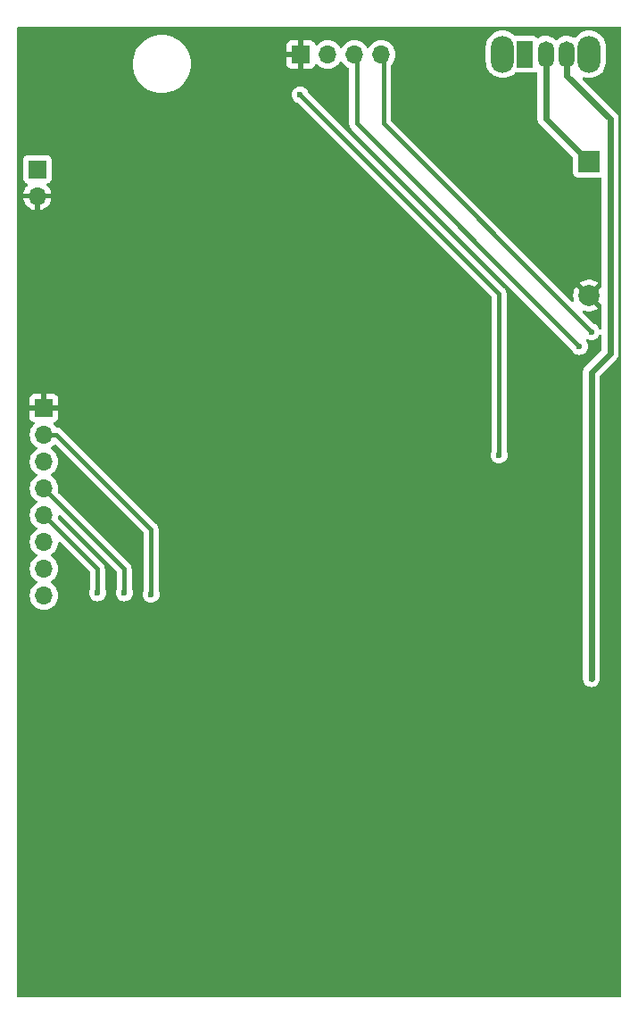
<source format=gbl>
G04 #@! TF.GenerationSoftware,KiCad,Pcbnew,(7.0.0)*
G04 #@! TF.CreationDate,2023-02-19T21:46:30+01:00*
G04 #@! TF.ProjectId,Glitchifier9000,476c6974-6368-4696-9669-657239303030,rev?*
G04 #@! TF.SameCoordinates,Original*
G04 #@! TF.FileFunction,Copper,L2,Bot*
G04 #@! TF.FilePolarity,Positive*
%FSLAX46Y46*%
G04 Gerber Fmt 4.6, Leading zero omitted, Abs format (unit mm)*
G04 Created by KiCad (PCBNEW (7.0.0)) date 2023-02-19 21:46:30*
%MOMM*%
%LPD*%
G01*
G04 APERTURE LIST*
G04 #@! TA.AperFunction,ComponentPad*
%ADD10R,1.700000X1.700000*%
G04 #@! TD*
G04 #@! TA.AperFunction,ComponentPad*
%ADD11O,1.700000X1.700000*%
G04 #@! TD*
G04 #@! TA.AperFunction,ComponentPad*
%ADD12O,2.200000X3.500000*%
G04 #@! TD*
G04 #@! TA.AperFunction,ComponentPad*
%ADD13R,1.500000X2.500000*%
G04 #@! TD*
G04 #@! TA.AperFunction,ComponentPad*
%ADD14O,1.500000X2.500000*%
G04 #@! TD*
G04 #@! TA.AperFunction,ComponentPad*
%ADD15R,2.000000X2.000000*%
G04 #@! TD*
G04 #@! TA.AperFunction,ComponentPad*
%ADD16C,2.000000*%
G04 #@! TD*
G04 #@! TA.AperFunction,ViaPad*
%ADD17C,0.600000*%
G04 #@! TD*
G04 #@! TA.AperFunction,Conductor*
%ADD18C,0.600000*%
G04 #@! TD*
G04 #@! TA.AperFunction,Conductor*
%ADD19C,0.400000*%
G04 #@! TD*
G04 APERTURE END LIST*
D10*
X107949999Y-83819999D03*
D11*
X107949999Y-86359999D03*
X107949999Y-88899999D03*
X107949999Y-91439999D03*
X107949999Y-93979999D03*
X107949999Y-96519999D03*
X107949999Y-99059999D03*
X107949999Y-101599999D03*
D10*
X132333999Y-50291999D03*
D11*
X134873999Y-50291999D03*
X137413999Y-50291999D03*
X139953999Y-50291999D03*
D10*
X107314999Y-61159999D03*
D11*
X107314999Y-63699999D03*
D12*
X151474999Y-50259999D03*
X159674999Y-50259999D03*
D13*
X153574999Y-50259999D03*
D14*
X155574999Y-50259999D03*
X157574999Y-50259999D03*
D15*
X159662999Y-60451999D03*
D16*
X159663000Y-73152000D03*
D17*
X159893000Y-109474000D03*
X116078000Y-60960000D03*
X143510000Y-81026000D03*
X107315000Y-67310000D03*
X125476000Y-52324000D03*
X111379000Y-54991000D03*
X105918000Y-71628000D03*
X106172000Y-54356000D03*
X135890000Y-123063000D03*
X111506000Y-56896000D03*
X111506000Y-55880000D03*
X107061000Y-54356000D03*
X111125000Y-69850000D03*
X108839000Y-54356000D03*
X116078000Y-62230000D03*
X114808000Y-58674000D03*
X109728000Y-54356000D03*
X140589000Y-114554000D03*
X143510000Y-87122000D03*
X115824000Y-67818000D03*
X119380000Y-106934000D03*
X114300000Y-63500000D03*
X110617000Y-54356000D03*
X128000000Y-113600000D03*
X110998000Y-102870000D03*
X147320000Y-109220000D03*
X110490000Y-63500000D03*
X113030000Y-63500000D03*
X111760000Y-67818000D03*
X130556000Y-50292000D03*
X109728000Y-71628000D03*
X131064000Y-116586000D03*
X130810000Y-87122000D03*
X135128000Y-119507000D03*
X134239000Y-121412000D03*
X115316000Y-93980000D03*
X110744000Y-59309000D03*
X111506000Y-57912000D03*
X111125000Y-71120000D03*
X109728000Y-85217000D03*
X111125000Y-68580000D03*
X107950000Y-54356000D03*
X108458000Y-71628000D03*
X106045000Y-67310000D03*
X109474000Y-90170000D03*
X117094000Y-106934000D03*
X113284000Y-58674000D03*
X156210000Y-100330000D03*
X156210000Y-107696000D03*
X111760000Y-63500000D03*
X156210000Y-81026000D03*
X125476000Y-50292000D03*
X108966000Y-65786000D03*
X130810000Y-81026000D03*
X108585000Y-67310000D03*
X112014000Y-58674000D03*
X156210000Y-87122000D03*
X121900000Y-106900000D03*
X140208000Y-108966000D03*
X143256000Y-113538000D03*
X132334000Y-52324000D03*
X116078000Y-59690000D03*
X130302000Y-110236000D03*
X137033000Y-110871000D03*
X107442000Y-65786000D03*
X109728000Y-81661000D03*
X113030000Y-67818000D03*
X109728000Y-83820000D03*
X109474000Y-59436000D03*
X115824000Y-63500000D03*
X130810000Y-106172000D03*
X135636000Y-114808000D03*
X115824000Y-65786000D03*
X107188000Y-71628000D03*
X118110000Y-87122000D03*
X134620000Y-108458000D03*
X151130000Y-88265000D03*
X132266081Y-54102000D03*
X113030000Y-101346000D03*
X115570000Y-101346000D03*
X118110000Y-101473000D03*
X158750000Y-77978000D03*
X159893000Y-76581000D03*
D18*
X159893000Y-109474000D02*
X159893000Y-80391000D01*
X157575000Y-52292000D02*
X157575000Y-50260000D01*
X161671000Y-56388000D02*
X157575000Y-52292000D01*
X159893000Y-80391000D02*
X161671000Y-78613000D01*
X161671000Y-78613000D02*
X161671000Y-56388000D01*
X159663000Y-60452000D02*
X155575000Y-56364000D01*
X155575000Y-56364000D02*
X155575000Y-50260000D01*
D19*
X159893000Y-76581000D02*
X140150000Y-56838000D01*
X151130000Y-72965919D02*
X132266081Y-54102000D01*
X151130000Y-88265000D02*
X151130000Y-72965919D01*
X113030000Y-101346000D02*
X113030000Y-99060000D01*
X107950000Y-93980000D02*
X113030000Y-99060000D01*
X107950000Y-91440000D02*
X115570000Y-99060000D01*
X115570000Y-101346000D02*
X115570000Y-99060000D01*
X109152081Y-86360000D02*
X107950000Y-86360000D01*
X118110000Y-95317919D02*
X109152081Y-86360000D01*
X118110000Y-101473000D02*
X118110000Y-95317919D01*
X158750000Y-77978000D02*
X137610000Y-56838000D01*
X137610000Y-56838000D02*
X137610000Y-50270000D01*
X140150000Y-56838000D02*
X140150000Y-50270000D01*
G04 #@! TA.AperFunction,Conductor*
G36*
X162665300Y-47652113D02*
G01*
X162710687Y-47697500D01*
X162727300Y-47759500D01*
X162727300Y-139590900D01*
X162710687Y-139652900D01*
X162665300Y-139698287D01*
X162603300Y-139714900D01*
X105544500Y-139714900D01*
X105482500Y-139698287D01*
X105437113Y-139652900D01*
X105420500Y-139590900D01*
X105420500Y-101600000D01*
X106594341Y-101600000D01*
X106594813Y-101605395D01*
X106613809Y-101822522D01*
X106614937Y-101835408D01*
X106616336Y-101840630D01*
X106616337Y-101840634D01*
X106674694Y-102058430D01*
X106674697Y-102058438D01*
X106676097Y-102063663D01*
X106678385Y-102068570D01*
X106678386Y-102068572D01*
X106773678Y-102272927D01*
X106773681Y-102272933D01*
X106775965Y-102277830D01*
X106779064Y-102282257D01*
X106779066Y-102282259D01*
X106908399Y-102466966D01*
X106908402Y-102466970D01*
X106911505Y-102471401D01*
X107078599Y-102638495D01*
X107272170Y-102774035D01*
X107486337Y-102873903D01*
X107714592Y-102935063D01*
X107950000Y-102955659D01*
X108185408Y-102935063D01*
X108413663Y-102873903D01*
X108627830Y-102774035D01*
X108821401Y-102638495D01*
X108988495Y-102471401D01*
X109124035Y-102277830D01*
X109223903Y-102063663D01*
X109285063Y-101835408D01*
X109305659Y-101600000D01*
X109285063Y-101364592D01*
X109223903Y-101136337D01*
X109124035Y-100922171D01*
X108988495Y-100728599D01*
X108821401Y-100561505D01*
X108816970Y-100558402D01*
X108816966Y-100558399D01*
X108635841Y-100431574D01*
X108596976Y-100387256D01*
X108582965Y-100329999D01*
X108596976Y-100272742D01*
X108635839Y-100228426D01*
X108821401Y-100098495D01*
X108988495Y-99931401D01*
X109124035Y-99737830D01*
X109223903Y-99523663D01*
X109285063Y-99295408D01*
X109305659Y-99060000D01*
X109285063Y-98824592D01*
X109223903Y-98596337D01*
X109124035Y-98382171D01*
X108988495Y-98188599D01*
X108821401Y-98021505D01*
X108816968Y-98018401D01*
X108816961Y-98018395D01*
X108635842Y-97891575D01*
X108596976Y-97847257D01*
X108582965Y-97790000D01*
X108596976Y-97732743D01*
X108635842Y-97688425D01*
X108816961Y-97561604D01*
X108816961Y-97561603D01*
X108821401Y-97558495D01*
X108988495Y-97391401D01*
X109124035Y-97197830D01*
X109223903Y-96983663D01*
X109285063Y-96755408D01*
X109298064Y-96606802D01*
X109323216Y-96542125D01*
X109379181Y-96501089D01*
X109448430Y-96496550D01*
X109509273Y-96529930D01*
X112293181Y-99313838D01*
X112320061Y-99354066D01*
X112329500Y-99401519D01*
X112329500Y-100920507D01*
X112310493Y-100986479D01*
X112304211Y-100996478D01*
X112301915Y-101003036D01*
X112301913Y-101003043D01*
X112246930Y-101160175D01*
X112246928Y-101160182D01*
X112244632Y-101166745D01*
X112224435Y-101346000D01*
X112244632Y-101525255D01*
X112246928Y-101531819D01*
X112246930Y-101531824D01*
X112301913Y-101688956D01*
X112304211Y-101695522D01*
X112400184Y-101848262D01*
X112527738Y-101975816D01*
X112680478Y-102071789D01*
X112850745Y-102131368D01*
X113030000Y-102151565D01*
X113209255Y-102131368D01*
X113379522Y-102071789D01*
X113532262Y-101975816D01*
X113659816Y-101848262D01*
X113755789Y-101695522D01*
X113815368Y-101525255D01*
X113835565Y-101346000D01*
X113815368Y-101166745D01*
X113755789Y-100996478D01*
X113749506Y-100986479D01*
X113730500Y-100920507D01*
X113730500Y-99084921D01*
X113730726Y-99077433D01*
X113733905Y-99024881D01*
X113734358Y-99017394D01*
X113723514Y-98958221D01*
X113722387Y-98950815D01*
X113722146Y-98948831D01*
X113715140Y-98891128D01*
X113711547Y-98881653D01*
X113705522Y-98860041D01*
X113703695Y-98850069D01*
X113692228Y-98824592D01*
X113679008Y-98795218D01*
X113676141Y-98788296D01*
X113657479Y-98739088D01*
X113654818Y-98732070D01*
X113649063Y-98723733D01*
X113638035Y-98704179D01*
X113636958Y-98701785D01*
X113636954Y-98701779D01*
X113633878Y-98694943D01*
X113596785Y-98647597D01*
X113592349Y-98641569D01*
X113558183Y-98592071D01*
X113513170Y-98552193D01*
X113507716Y-98547059D01*
X109312652Y-94351995D01*
X109280558Y-94296407D01*
X109280559Y-94232219D01*
X109283662Y-94220638D01*
X109283662Y-94220633D01*
X109285063Y-94215408D01*
X109298064Y-94066802D01*
X109323216Y-94002125D01*
X109379181Y-93961089D01*
X109448430Y-93956550D01*
X109509273Y-93989930D01*
X114833181Y-99313838D01*
X114860061Y-99354066D01*
X114869500Y-99401519D01*
X114869500Y-100920507D01*
X114850493Y-100986479D01*
X114844211Y-100996478D01*
X114841915Y-101003036D01*
X114841913Y-101003043D01*
X114786930Y-101160175D01*
X114786928Y-101160182D01*
X114784632Y-101166745D01*
X114764435Y-101346000D01*
X114784632Y-101525255D01*
X114786928Y-101531819D01*
X114786930Y-101531824D01*
X114841913Y-101688956D01*
X114844211Y-101695522D01*
X114940184Y-101848262D01*
X115067738Y-101975816D01*
X115220478Y-102071789D01*
X115390745Y-102131368D01*
X115570000Y-102151565D01*
X115749255Y-102131368D01*
X115919522Y-102071789D01*
X116072262Y-101975816D01*
X116199816Y-101848262D01*
X116295789Y-101695522D01*
X116355368Y-101525255D01*
X116375565Y-101346000D01*
X116355368Y-101166745D01*
X116295789Y-100996478D01*
X116289506Y-100986479D01*
X116270500Y-100920507D01*
X116270500Y-99084910D01*
X116270726Y-99077423D01*
X116273904Y-99024881D01*
X116274357Y-99017394D01*
X116263516Y-98958235D01*
X116262389Y-98950830D01*
X116262118Y-98948602D01*
X116255140Y-98891128D01*
X116252480Y-98884116D01*
X116252480Y-98884113D01*
X116251547Y-98881653D01*
X116245520Y-98860033D01*
X116243694Y-98850068D01*
X116219012Y-98795228D01*
X116216145Y-98788306D01*
X116216141Y-98788296D01*
X116194818Y-98732070D01*
X116190556Y-98725896D01*
X116190552Y-98725888D01*
X116189058Y-98723724D01*
X116178032Y-98704175D01*
X116176956Y-98701785D01*
X116173877Y-98694943D01*
X116136784Y-98647597D01*
X116132349Y-98641569D01*
X116102442Y-98598241D01*
X116102441Y-98598240D01*
X116098183Y-98592071D01*
X116053170Y-98552193D01*
X116047716Y-98547059D01*
X109312652Y-91811995D01*
X109280558Y-91756407D01*
X109280559Y-91692219D01*
X109283662Y-91680638D01*
X109283662Y-91680633D01*
X109285063Y-91675408D01*
X109305659Y-91440000D01*
X109285063Y-91204592D01*
X109223903Y-90976337D01*
X109124035Y-90762171D01*
X108988495Y-90568599D01*
X108821401Y-90401505D01*
X108816968Y-90398401D01*
X108816961Y-90398395D01*
X108635842Y-90271575D01*
X108596976Y-90227257D01*
X108582965Y-90170000D01*
X108596976Y-90112743D01*
X108635842Y-90068425D01*
X108816961Y-89941604D01*
X108816961Y-89941603D01*
X108821401Y-89938495D01*
X108988495Y-89771401D01*
X109124035Y-89577830D01*
X109223903Y-89363663D01*
X109285063Y-89135408D01*
X109305659Y-88900000D01*
X109285063Y-88664592D01*
X109223903Y-88436337D01*
X109124035Y-88222171D01*
X108988495Y-88028599D01*
X108821401Y-87861505D01*
X108816970Y-87858402D01*
X108816966Y-87858399D01*
X108635841Y-87731574D01*
X108596976Y-87687256D01*
X108582965Y-87629999D01*
X108596976Y-87572742D01*
X108635839Y-87528426D01*
X108821401Y-87398495D01*
X108922982Y-87296913D01*
X108978566Y-87264822D01*
X109042753Y-87264822D01*
X109098338Y-87296914D01*
X113236030Y-91434605D01*
X117373181Y-95571756D01*
X117400061Y-95611984D01*
X117409500Y-95659437D01*
X117409500Y-101047507D01*
X117390493Y-101113479D01*
X117384211Y-101123478D01*
X117381915Y-101130036D01*
X117381913Y-101130043D01*
X117326930Y-101287175D01*
X117326928Y-101287182D01*
X117324632Y-101293745D01*
X117323852Y-101300662D01*
X117323852Y-101300665D01*
X117316042Y-101369982D01*
X117304435Y-101473000D01*
X117324632Y-101652255D01*
X117326928Y-101658819D01*
X117326930Y-101658824D01*
X117381913Y-101815956D01*
X117384211Y-101822522D01*
X117480184Y-101975262D01*
X117607738Y-102102816D01*
X117760478Y-102198789D01*
X117930745Y-102258368D01*
X118110000Y-102278565D01*
X118289255Y-102258368D01*
X118459522Y-102198789D01*
X118612262Y-102102816D01*
X118739816Y-101975262D01*
X118835789Y-101822522D01*
X118895368Y-101652255D01*
X118915565Y-101473000D01*
X118895368Y-101293745D01*
X118835789Y-101123478D01*
X118829506Y-101113479D01*
X118810500Y-101047507D01*
X118810500Y-95342840D01*
X118810726Y-95335352D01*
X118813905Y-95282800D01*
X118814358Y-95275313D01*
X118803514Y-95216140D01*
X118802387Y-95208734D01*
X118800445Y-95192743D01*
X118795140Y-95149047D01*
X118791547Y-95139575D01*
X118785522Y-95117960D01*
X118783695Y-95107988D01*
X118759009Y-95053139D01*
X118756142Y-95046217D01*
X118737480Y-94997009D01*
X118734818Y-94989989D01*
X118729059Y-94981646D01*
X118718033Y-94962096D01*
X118716956Y-94959703D01*
X118713878Y-94952863D01*
X118676788Y-94905522D01*
X118672352Y-94899492D01*
X118642444Y-94856163D01*
X118642443Y-94856162D01*
X118638183Y-94849990D01*
X118593162Y-94810105D01*
X118587708Y-94804971D01*
X109665020Y-85882282D01*
X109659903Y-85876847D01*
X109620010Y-85831817D01*
X109570491Y-85797636D01*
X109564485Y-85793216D01*
X109523042Y-85760747D01*
X109523039Y-85760745D01*
X109517138Y-85756122D01*
X109510300Y-85753044D01*
X109510291Y-85753039D01*
X109507891Y-85751959D01*
X109488349Y-85740937D01*
X109486188Y-85739445D01*
X109486183Y-85739442D01*
X109480011Y-85735182D01*
X109423783Y-85713857D01*
X109416865Y-85710991D01*
X109368853Y-85689383D01*
X109368850Y-85689382D01*
X109362013Y-85686305D01*
X109354641Y-85684954D01*
X109354632Y-85684951D01*
X109352033Y-85684475D01*
X109330421Y-85678450D01*
X109327972Y-85677521D01*
X109327966Y-85677519D01*
X109320953Y-85674860D01*
X109313511Y-85673956D01*
X109313506Y-85673955D01*
X109261252Y-85667610D01*
X109253852Y-85666483D01*
X109202068Y-85656994D01*
X109202063Y-85656993D01*
X109194687Y-85655642D01*
X109187205Y-85656094D01*
X109187195Y-85656094D01*
X109178344Y-85656630D01*
X109116950Y-85644524D01*
X109069286Y-85603981D01*
X108988495Y-85488599D01*
X108866181Y-85366285D01*
X108834885Y-85313539D01*
X108832696Y-85252246D01*
X108860149Y-85197401D01*
X108910529Y-85162422D01*
X109033777Y-85116452D01*
X109049189Y-85108037D01*
X109150092Y-85032501D01*
X109162501Y-85020092D01*
X109238037Y-84919189D01*
X109246452Y-84903777D01*
X109290888Y-84784641D01*
X109294426Y-84769667D01*
X109299646Y-84721114D01*
X109300000Y-84714518D01*
X109300000Y-84086326D01*
X109296549Y-84073450D01*
X109283674Y-84070000D01*
X106616326Y-84070000D01*
X106603450Y-84073450D01*
X106600000Y-84086326D01*
X106600000Y-84714518D01*
X106600353Y-84721114D01*
X106605573Y-84769667D01*
X106609111Y-84784641D01*
X106653547Y-84903777D01*
X106661962Y-84919189D01*
X106737498Y-85020092D01*
X106749907Y-85032501D01*
X106850810Y-85108037D01*
X106866220Y-85116451D01*
X106989471Y-85162422D01*
X107039850Y-85197401D01*
X107067303Y-85252246D01*
X107065114Y-85313538D01*
X107033818Y-85366285D01*
X106911505Y-85488599D01*
X106908402Y-85493029D01*
X106908399Y-85493034D01*
X106779073Y-85677731D01*
X106779068Y-85677738D01*
X106775965Y-85682171D01*
X106773677Y-85687077D01*
X106773675Y-85687081D01*
X106678386Y-85891427D01*
X106678383Y-85891432D01*
X106676097Y-85896337D01*
X106674698Y-85901557D01*
X106674694Y-85901569D01*
X106616337Y-86119365D01*
X106616335Y-86119371D01*
X106614937Y-86124592D01*
X106594341Y-86360000D01*
X106614937Y-86595408D01*
X106616336Y-86600630D01*
X106616337Y-86600634D01*
X106674694Y-86818430D01*
X106674697Y-86818438D01*
X106676097Y-86823663D01*
X106678385Y-86828570D01*
X106678386Y-86828572D01*
X106773678Y-87032927D01*
X106773681Y-87032933D01*
X106775965Y-87037830D01*
X106779064Y-87042257D01*
X106779066Y-87042259D01*
X106908399Y-87226966D01*
X106908402Y-87226970D01*
X106911505Y-87231401D01*
X107078599Y-87398495D01*
X107083032Y-87401599D01*
X107083038Y-87401604D01*
X107264158Y-87528425D01*
X107303024Y-87572743D01*
X107317035Y-87630000D01*
X107303024Y-87687257D01*
X107264159Y-87731575D01*
X107110016Y-87839507D01*
X107078599Y-87861505D01*
X107074775Y-87865328D01*
X107074769Y-87865334D01*
X106915334Y-88024769D01*
X106915328Y-88024775D01*
X106911505Y-88028599D01*
X106908402Y-88033029D01*
X106908399Y-88033034D01*
X106779073Y-88217731D01*
X106779068Y-88217738D01*
X106775965Y-88222171D01*
X106773677Y-88227077D01*
X106773675Y-88227081D01*
X106678386Y-88431427D01*
X106678383Y-88431432D01*
X106676097Y-88436337D01*
X106674698Y-88441557D01*
X106674694Y-88441569D01*
X106616337Y-88659365D01*
X106616335Y-88659371D01*
X106614937Y-88664592D01*
X106614465Y-88669977D01*
X106614465Y-88669982D01*
X106605954Y-88767262D01*
X106594341Y-88900000D01*
X106594813Y-88905395D01*
X106609195Y-89069785D01*
X106614937Y-89135408D01*
X106616336Y-89140630D01*
X106616337Y-89140634D01*
X106674694Y-89358430D01*
X106674697Y-89358438D01*
X106676097Y-89363663D01*
X106678385Y-89368570D01*
X106678386Y-89368572D01*
X106773678Y-89572927D01*
X106773681Y-89572933D01*
X106775965Y-89577830D01*
X106779064Y-89582257D01*
X106779066Y-89582259D01*
X106908399Y-89766966D01*
X106908402Y-89766970D01*
X106911505Y-89771401D01*
X107078599Y-89938495D01*
X107083032Y-89941599D01*
X107083038Y-89941604D01*
X107264158Y-90068425D01*
X107303024Y-90112743D01*
X107317035Y-90170000D01*
X107303024Y-90227257D01*
X107264159Y-90271575D01*
X107083041Y-90398395D01*
X107078599Y-90401505D01*
X107074775Y-90405328D01*
X107074769Y-90405334D01*
X106915334Y-90564769D01*
X106915328Y-90564775D01*
X106911505Y-90568599D01*
X106908402Y-90573029D01*
X106908399Y-90573034D01*
X106779073Y-90757731D01*
X106779068Y-90757738D01*
X106775965Y-90762171D01*
X106773677Y-90767077D01*
X106773675Y-90767081D01*
X106678386Y-90971427D01*
X106678383Y-90971432D01*
X106676097Y-90976337D01*
X106674698Y-90981557D01*
X106674694Y-90981569D01*
X106616337Y-91199365D01*
X106616335Y-91199371D01*
X106614937Y-91204592D01*
X106594341Y-91440000D01*
X106594813Y-91445395D01*
X106614465Y-91670017D01*
X106614465Y-91670020D01*
X106614937Y-91675408D01*
X106616336Y-91680630D01*
X106616337Y-91680634D01*
X106674694Y-91898430D01*
X106674697Y-91898438D01*
X106676097Y-91903663D01*
X106678385Y-91908570D01*
X106678386Y-91908572D01*
X106773678Y-92112927D01*
X106773681Y-92112933D01*
X106775965Y-92117830D01*
X106779064Y-92122257D01*
X106779066Y-92122259D01*
X106908399Y-92306966D01*
X106908402Y-92306970D01*
X106911505Y-92311401D01*
X107078599Y-92478495D01*
X107083032Y-92481599D01*
X107083038Y-92481604D01*
X107264158Y-92608425D01*
X107303024Y-92652743D01*
X107317035Y-92710000D01*
X107303024Y-92767257D01*
X107264158Y-92811575D01*
X107078599Y-92941505D01*
X107074775Y-92945328D01*
X107074769Y-92945334D01*
X106915334Y-93104769D01*
X106915328Y-93104775D01*
X106911505Y-93108599D01*
X106908402Y-93113029D01*
X106908399Y-93113034D01*
X106779073Y-93297731D01*
X106779068Y-93297738D01*
X106775965Y-93302171D01*
X106773677Y-93307077D01*
X106773675Y-93307081D01*
X106678386Y-93511427D01*
X106678383Y-93511432D01*
X106676097Y-93516337D01*
X106674698Y-93521557D01*
X106674694Y-93521569D01*
X106616337Y-93739365D01*
X106616335Y-93739371D01*
X106614937Y-93744592D01*
X106614465Y-93749977D01*
X106614465Y-93749982D01*
X106594813Y-93974605D01*
X106594341Y-93980000D01*
X106594813Y-93985395D01*
X106601935Y-94066804D01*
X106614937Y-94215408D01*
X106616336Y-94220630D01*
X106616337Y-94220634D01*
X106674694Y-94438430D01*
X106674697Y-94438438D01*
X106676097Y-94443663D01*
X106678385Y-94448570D01*
X106678386Y-94448572D01*
X106773678Y-94652927D01*
X106773681Y-94652933D01*
X106775965Y-94657830D01*
X106779064Y-94662257D01*
X106779066Y-94662259D01*
X106908399Y-94846966D01*
X106908402Y-94846970D01*
X106911505Y-94851401D01*
X107078599Y-95018495D01*
X107083032Y-95021599D01*
X107083038Y-95021604D01*
X107264158Y-95148425D01*
X107303024Y-95192743D01*
X107317035Y-95250000D01*
X107303024Y-95307257D01*
X107264158Y-95351575D01*
X107078599Y-95481505D01*
X107074775Y-95485328D01*
X107074769Y-95485334D01*
X106915334Y-95644769D01*
X106915328Y-95644775D01*
X106911505Y-95648599D01*
X106908402Y-95653029D01*
X106908399Y-95653034D01*
X106779073Y-95837731D01*
X106779068Y-95837738D01*
X106775965Y-95842171D01*
X106773677Y-95847077D01*
X106773675Y-95847081D01*
X106678386Y-96051427D01*
X106678383Y-96051432D01*
X106676097Y-96056337D01*
X106674698Y-96061557D01*
X106674694Y-96061569D01*
X106616337Y-96279365D01*
X106616335Y-96279371D01*
X106614937Y-96284592D01*
X106614465Y-96289977D01*
X106614465Y-96289982D01*
X106594813Y-96514605D01*
X106594341Y-96520000D01*
X106594813Y-96525395D01*
X106601935Y-96606804D01*
X106614937Y-96755408D01*
X106616336Y-96760630D01*
X106616337Y-96760634D01*
X106674694Y-96978430D01*
X106674697Y-96978438D01*
X106676097Y-96983663D01*
X106678385Y-96988570D01*
X106678386Y-96988572D01*
X106773678Y-97192927D01*
X106773681Y-97192933D01*
X106775965Y-97197830D01*
X106779064Y-97202257D01*
X106779066Y-97202259D01*
X106908399Y-97386966D01*
X106908402Y-97386970D01*
X106911505Y-97391401D01*
X107078599Y-97558495D01*
X107083032Y-97561599D01*
X107083038Y-97561604D01*
X107264158Y-97688425D01*
X107303024Y-97732743D01*
X107317035Y-97790000D01*
X107303024Y-97847257D01*
X107264159Y-97891575D01*
X107083041Y-98018395D01*
X107078599Y-98021505D01*
X107074775Y-98025328D01*
X107074769Y-98025334D01*
X106915334Y-98184769D01*
X106915328Y-98184775D01*
X106911505Y-98188599D01*
X106908402Y-98193029D01*
X106908399Y-98193034D01*
X106779073Y-98377731D01*
X106779068Y-98377738D01*
X106775965Y-98382171D01*
X106773677Y-98387077D01*
X106773675Y-98387081D01*
X106678386Y-98591427D01*
X106678383Y-98591432D01*
X106676097Y-98596337D01*
X106674698Y-98601557D01*
X106674694Y-98601569D01*
X106616337Y-98819365D01*
X106616335Y-98819371D01*
X106614937Y-98824592D01*
X106614465Y-98829977D01*
X106614465Y-98829982D01*
X106603246Y-98958221D01*
X106594341Y-99060000D01*
X106614937Y-99295408D01*
X106616336Y-99300630D01*
X106616337Y-99300634D01*
X106674694Y-99518430D01*
X106674697Y-99518438D01*
X106676097Y-99523663D01*
X106678385Y-99528570D01*
X106678386Y-99528572D01*
X106773678Y-99732927D01*
X106773681Y-99732933D01*
X106775965Y-99737830D01*
X106779064Y-99742257D01*
X106779066Y-99742259D01*
X106908399Y-99926966D01*
X106908402Y-99926970D01*
X106911505Y-99931401D01*
X107078599Y-100098495D01*
X107083032Y-100101599D01*
X107083038Y-100101604D01*
X107264158Y-100228425D01*
X107303024Y-100272743D01*
X107317035Y-100330000D01*
X107303024Y-100387257D01*
X107264160Y-100431574D01*
X107078599Y-100561505D01*
X107074775Y-100565328D01*
X107074769Y-100565334D01*
X106915334Y-100724769D01*
X106915328Y-100724775D01*
X106911505Y-100728599D01*
X106908402Y-100733029D01*
X106908399Y-100733034D01*
X106779073Y-100917731D01*
X106779068Y-100917738D01*
X106775965Y-100922171D01*
X106773677Y-100927077D01*
X106773675Y-100927081D01*
X106678386Y-101131427D01*
X106678383Y-101131432D01*
X106676097Y-101136337D01*
X106674698Y-101141557D01*
X106674694Y-101141569D01*
X106616337Y-101359365D01*
X106616335Y-101359371D01*
X106614937Y-101364592D01*
X106614465Y-101369977D01*
X106614465Y-101369982D01*
X106601486Y-101518334D01*
X106594341Y-101600000D01*
X105420500Y-101600000D01*
X105420500Y-83553674D01*
X106600000Y-83553674D01*
X106603450Y-83566549D01*
X106616326Y-83570000D01*
X107683674Y-83570000D01*
X107696549Y-83566549D01*
X107700000Y-83553674D01*
X108200000Y-83553674D01*
X108203450Y-83566549D01*
X108216326Y-83570000D01*
X109283674Y-83570000D01*
X109296549Y-83566549D01*
X109300000Y-83553674D01*
X109300000Y-82925482D01*
X109299646Y-82918885D01*
X109294426Y-82870332D01*
X109290888Y-82855358D01*
X109246452Y-82736222D01*
X109238037Y-82720810D01*
X109162501Y-82619907D01*
X109150092Y-82607498D01*
X109049189Y-82531962D01*
X109033777Y-82523547D01*
X108914641Y-82479111D01*
X108899667Y-82475573D01*
X108851114Y-82470353D01*
X108844518Y-82470000D01*
X108216326Y-82470000D01*
X108203450Y-82473450D01*
X108200000Y-82486326D01*
X108200000Y-83553674D01*
X107700000Y-83553674D01*
X107700000Y-82486326D01*
X107696549Y-82473450D01*
X107683674Y-82470000D01*
X107055482Y-82470000D01*
X107048885Y-82470353D01*
X107000332Y-82475573D01*
X106985358Y-82479111D01*
X106866222Y-82523547D01*
X106850810Y-82531962D01*
X106749907Y-82607498D01*
X106737498Y-82619907D01*
X106661962Y-82720810D01*
X106653547Y-82736222D01*
X106609111Y-82855358D01*
X106605573Y-82870332D01*
X106600353Y-82918885D01*
X106600000Y-82925482D01*
X106600000Y-83553674D01*
X105420500Y-83553674D01*
X105420500Y-63952551D01*
X105987688Y-63952551D01*
X105988056Y-63963780D01*
X106040168Y-64158263D01*
X106043856Y-64168397D01*
X106139113Y-64372676D01*
X106144501Y-64382008D01*
X106273784Y-64566643D01*
X106280721Y-64574909D01*
X106440090Y-64734278D01*
X106448356Y-64741215D01*
X106632991Y-64870498D01*
X106642323Y-64875886D01*
X106846602Y-64971143D01*
X106856736Y-64974831D01*
X107051219Y-65026943D01*
X107062448Y-65027311D01*
X107065000Y-65016369D01*
X107565000Y-65016369D01*
X107567551Y-65027311D01*
X107578780Y-65026943D01*
X107773263Y-64974831D01*
X107783397Y-64971143D01*
X107987676Y-64875886D01*
X107997008Y-64870498D01*
X108181643Y-64741215D01*
X108189909Y-64734278D01*
X108349278Y-64574909D01*
X108356215Y-64566643D01*
X108485498Y-64382008D01*
X108490886Y-64372676D01*
X108586143Y-64168397D01*
X108589831Y-64158263D01*
X108641943Y-63963780D01*
X108642311Y-63952551D01*
X108631369Y-63950000D01*
X107581326Y-63950000D01*
X107568450Y-63953450D01*
X107565000Y-63966326D01*
X107565000Y-65016369D01*
X107065000Y-65016369D01*
X107065000Y-63966326D01*
X107061549Y-63953450D01*
X107048674Y-63950000D01*
X105998631Y-63950000D01*
X105987688Y-63952551D01*
X105420500Y-63952551D01*
X105420500Y-62054578D01*
X105964500Y-62054578D01*
X105964501Y-62057872D01*
X105964853Y-62061150D01*
X105964854Y-62061161D01*
X105970079Y-62109768D01*
X105970080Y-62109773D01*
X105970909Y-62117483D01*
X105973619Y-62124749D01*
X105973620Y-62124753D01*
X106007217Y-62214831D01*
X106021204Y-62252331D01*
X106107454Y-62367546D01*
X106222669Y-62453796D01*
X106354598Y-62503002D01*
X106404977Y-62537981D01*
X106432431Y-62592825D01*
X106430242Y-62654118D01*
X106398947Y-62706865D01*
X106280714Y-62825098D01*
X106273784Y-62833357D01*
X106144508Y-63017982D01*
X106139110Y-63027332D01*
X106043856Y-63231602D01*
X106040168Y-63241736D01*
X105988056Y-63436219D01*
X105987688Y-63447448D01*
X105998631Y-63450000D01*
X108631369Y-63450000D01*
X108642311Y-63447448D01*
X108641943Y-63436219D01*
X108589831Y-63241736D01*
X108586143Y-63231602D01*
X108490889Y-63027332D01*
X108485491Y-63017982D01*
X108356215Y-62833357D01*
X108349280Y-62825092D01*
X108231053Y-62706865D01*
X108199757Y-62654119D01*
X108197568Y-62592825D01*
X108225022Y-62537981D01*
X108275398Y-62503003D01*
X108407331Y-62453796D01*
X108522546Y-62367546D01*
X108608796Y-62252331D01*
X108659091Y-62117483D01*
X108665500Y-62057873D01*
X108665499Y-60262128D01*
X108659091Y-60202517D01*
X108608796Y-60067669D01*
X108522546Y-59952454D01*
X108407331Y-59866204D01*
X108272483Y-59815909D01*
X108264770Y-59815079D01*
X108264767Y-59815079D01*
X108216180Y-59809855D01*
X108216169Y-59809854D01*
X108212873Y-59809500D01*
X108209550Y-59809500D01*
X106420439Y-59809500D01*
X106420420Y-59809500D01*
X106417128Y-59809501D01*
X106413850Y-59809853D01*
X106413838Y-59809854D01*
X106365231Y-59815079D01*
X106365225Y-59815080D01*
X106357517Y-59815909D01*
X106350252Y-59818618D01*
X106350246Y-59818620D01*
X106230980Y-59863104D01*
X106230978Y-59863104D01*
X106222669Y-59866204D01*
X106215572Y-59871516D01*
X106215568Y-59871519D01*
X106114550Y-59947141D01*
X106114546Y-59947144D01*
X106107454Y-59952454D01*
X106102144Y-59959546D01*
X106102141Y-59959550D01*
X106026519Y-60060568D01*
X106026516Y-60060572D01*
X106021204Y-60067669D01*
X106018104Y-60075978D01*
X106018104Y-60075980D01*
X105973620Y-60195247D01*
X105973619Y-60195250D01*
X105970909Y-60202517D01*
X105970079Y-60210227D01*
X105970079Y-60210232D01*
X105964855Y-60258819D01*
X105964854Y-60258831D01*
X105964500Y-60262127D01*
X105964500Y-60265448D01*
X105964500Y-60265449D01*
X105964500Y-62054560D01*
X105964500Y-62054578D01*
X105420500Y-62054578D01*
X105420500Y-54102000D01*
X131460516Y-54102000D01*
X131480713Y-54281255D01*
X131483009Y-54287819D01*
X131483011Y-54287824D01*
X131537994Y-54444956D01*
X131540292Y-54451522D01*
X131636265Y-54604262D01*
X131763819Y-54731816D01*
X131916559Y-54827789D01*
X132020065Y-54864007D01*
X132066791Y-54893367D01*
X150393181Y-73219757D01*
X150420061Y-73259985D01*
X150429500Y-73307438D01*
X150429500Y-87839507D01*
X150410493Y-87905479D01*
X150404211Y-87915478D01*
X150401915Y-87922036D01*
X150401913Y-87922043D01*
X150346930Y-88079175D01*
X150346928Y-88079182D01*
X150344632Y-88085745D01*
X150324435Y-88265000D01*
X150325215Y-88271923D01*
X150343186Y-88431427D01*
X150344632Y-88444255D01*
X150346928Y-88450819D01*
X150346930Y-88450824D01*
X150401913Y-88607956D01*
X150404211Y-88614522D01*
X150500184Y-88767262D01*
X150627738Y-88894816D01*
X150780478Y-88990789D01*
X150950745Y-89050368D01*
X151130000Y-89070565D01*
X151309255Y-89050368D01*
X151479522Y-88990789D01*
X151632262Y-88894816D01*
X151759816Y-88767262D01*
X151855789Y-88614522D01*
X151915368Y-88444255D01*
X151935565Y-88265000D01*
X151915368Y-88085745D01*
X151855789Y-87915478D01*
X151849506Y-87905479D01*
X151830500Y-87839507D01*
X151830500Y-72990829D01*
X151830726Y-72983342D01*
X151833904Y-72930800D01*
X151834357Y-72923313D01*
X151823512Y-72864136D01*
X151822388Y-72856745D01*
X151816044Y-72804492D01*
X151816043Y-72804491D01*
X151815140Y-72797047D01*
X151811547Y-72787575D01*
X151805522Y-72765961D01*
X151803695Y-72755987D01*
X151779006Y-72701131D01*
X151776142Y-72694216D01*
X151757480Y-72645007D01*
X151757478Y-72645003D01*
X151754818Y-72637989D01*
X151749063Y-72629652D01*
X151738035Y-72610098D01*
X151736958Y-72607704D01*
X151736954Y-72607698D01*
X151733878Y-72600862D01*
X151696785Y-72553516D01*
X151692355Y-72547496D01*
X151658183Y-72497990D01*
X151613170Y-72458112D01*
X151607716Y-72452978D01*
X133057448Y-53902710D01*
X133028087Y-53855983D01*
X132994168Y-53759045D01*
X132994167Y-53759043D01*
X132991870Y-53752478D01*
X132895897Y-53599738D01*
X132768343Y-53472184D01*
X132740501Y-53454690D01*
X132621493Y-53379912D01*
X132615603Y-53376211D01*
X132609040Y-53373914D01*
X132609037Y-53373913D01*
X132451905Y-53318930D01*
X132451900Y-53318928D01*
X132445336Y-53316632D01*
X132438416Y-53315852D01*
X132438415Y-53315852D01*
X132273004Y-53297215D01*
X132266081Y-53296435D01*
X132259158Y-53297215D01*
X132093746Y-53315852D01*
X132093743Y-53315852D01*
X132086826Y-53316632D01*
X132080263Y-53318928D01*
X132080256Y-53318930D01*
X131923124Y-53373913D01*
X131923117Y-53373915D01*
X131916559Y-53376211D01*
X131910671Y-53379910D01*
X131910668Y-53379912D01*
X131769719Y-53468476D01*
X131769714Y-53468479D01*
X131763819Y-53472184D01*
X131758894Y-53477108D01*
X131758890Y-53477112D01*
X131641193Y-53594809D01*
X131641189Y-53594813D01*
X131636265Y-53599738D01*
X131632560Y-53605633D01*
X131632557Y-53605638D01*
X131543993Y-53746587D01*
X131543991Y-53746590D01*
X131540292Y-53752478D01*
X131537996Y-53759036D01*
X131537994Y-53759043D01*
X131483011Y-53916175D01*
X131483009Y-53916182D01*
X131480713Y-53922745D01*
X131479933Y-53929662D01*
X131479933Y-53929665D01*
X131478600Y-53941500D01*
X131460516Y-54102000D01*
X105420500Y-54102000D01*
X105420500Y-51181000D01*
X116360454Y-51181000D01*
X116360680Y-51184736D01*
X116380391Y-51510611D01*
X116380392Y-51510624D01*
X116380618Y-51514350D01*
X116381292Y-51518032D01*
X116381293Y-51518034D01*
X116440141Y-51839158D01*
X116440143Y-51839167D01*
X116440816Y-51842838D01*
X116441928Y-51846408D01*
X116441930Y-51846414D01*
X116502729Y-52041523D01*
X116540170Y-52161676D01*
X116677231Y-52466213D01*
X116679164Y-52469411D01*
X116679168Y-52469418D01*
X116710866Y-52521853D01*
X116850000Y-52752009D01*
X117055959Y-53014896D01*
X117292104Y-53251041D01*
X117554991Y-53457000D01*
X117840787Y-53629769D01*
X118145324Y-53766830D01*
X118464162Y-53866184D01*
X118792650Y-53926382D01*
X119042580Y-53941500D01*
X119207534Y-53941500D01*
X119209420Y-53941500D01*
X119459350Y-53926382D01*
X119787838Y-53866184D01*
X120106676Y-53766830D01*
X120411213Y-53629769D01*
X120697009Y-53457000D01*
X120959896Y-53251041D01*
X121196041Y-53014896D01*
X121402000Y-52752009D01*
X121574769Y-52466213D01*
X121711830Y-52161676D01*
X121811184Y-51842838D01*
X121871382Y-51514350D01*
X121891212Y-51186518D01*
X130984000Y-51186518D01*
X130984353Y-51193114D01*
X130989573Y-51241667D01*
X130993111Y-51256641D01*
X131037547Y-51375777D01*
X131045962Y-51391189D01*
X131121498Y-51492092D01*
X131133907Y-51504501D01*
X131234810Y-51580037D01*
X131250222Y-51588452D01*
X131369358Y-51632888D01*
X131384332Y-51636426D01*
X131432885Y-51641646D01*
X131439482Y-51642000D01*
X132067674Y-51642000D01*
X132080549Y-51638549D01*
X132084000Y-51625674D01*
X132584000Y-51625674D01*
X132587450Y-51638549D01*
X132600326Y-51642000D01*
X133228518Y-51642000D01*
X133235114Y-51641646D01*
X133283667Y-51636426D01*
X133298641Y-51632888D01*
X133417777Y-51588452D01*
X133433189Y-51580037D01*
X133534092Y-51504501D01*
X133546501Y-51492092D01*
X133622037Y-51391189D01*
X133630452Y-51375777D01*
X133676422Y-51252529D01*
X133711401Y-51202149D01*
X133766246Y-51174696D01*
X133827539Y-51176885D01*
X133880285Y-51208181D01*
X134002599Y-51330495D01*
X134007031Y-51333598D01*
X134007033Y-51333600D01*
X134110590Y-51406111D01*
X134196170Y-51466035D01*
X134410337Y-51565903D01*
X134638592Y-51627063D01*
X134874000Y-51647659D01*
X135109408Y-51627063D01*
X135337663Y-51565903D01*
X135551830Y-51466035D01*
X135745401Y-51330495D01*
X135912495Y-51163401D01*
X136042424Y-50977842D01*
X136086743Y-50938976D01*
X136144000Y-50924965D01*
X136201257Y-50938976D01*
X136245575Y-50977842D01*
X136372395Y-51158961D01*
X136372401Y-51158968D01*
X136375505Y-51163401D01*
X136542599Y-51330495D01*
X136547031Y-51333598D01*
X136547033Y-51333600D01*
X136650590Y-51406111D01*
X136736170Y-51466035D01*
X136741070Y-51468320D01*
X136741072Y-51468321D01*
X136837905Y-51513475D01*
X136890081Y-51559232D01*
X136909500Y-51625857D01*
X136909500Y-56813079D01*
X136909274Y-56820567D01*
X136906094Y-56873118D01*
X136906094Y-56873126D01*
X136905642Y-56880606D01*
X136906993Y-56887982D01*
X136906994Y-56887987D01*
X136916483Y-56939771D01*
X136917610Y-56947171D01*
X136923955Y-56999425D01*
X136923956Y-56999430D01*
X136924860Y-57006872D01*
X136927519Y-57013885D01*
X136927521Y-57013891D01*
X136928450Y-57016340D01*
X136934475Y-57037952D01*
X136934951Y-57040551D01*
X136934954Y-57040560D01*
X136936305Y-57047932D01*
X136939382Y-57054769D01*
X136939383Y-57054772D01*
X136960991Y-57102784D01*
X136963857Y-57109702D01*
X136985182Y-57165930D01*
X136989442Y-57172102D01*
X136989445Y-57172107D01*
X136990937Y-57174268D01*
X137001959Y-57193810D01*
X137003039Y-57196210D01*
X137003044Y-57196219D01*
X137006122Y-57203057D01*
X137010745Y-57208958D01*
X137010747Y-57208961D01*
X137043216Y-57250404D01*
X137047636Y-57256410D01*
X137081817Y-57305929D01*
X137126847Y-57345822D01*
X137132282Y-57350939D01*
X157958630Y-78177287D01*
X157987990Y-78224013D01*
X158021909Y-78320948D01*
X158021913Y-78320956D01*
X158024211Y-78327522D01*
X158120184Y-78480262D01*
X158247738Y-78607816D01*
X158400478Y-78703789D01*
X158570745Y-78763368D01*
X158750000Y-78783565D01*
X158929255Y-78763368D01*
X159099522Y-78703789D01*
X159252262Y-78607816D01*
X159379816Y-78480262D01*
X159475789Y-78327522D01*
X159535368Y-78157255D01*
X159555565Y-77978000D01*
X159535368Y-77798745D01*
X159475789Y-77628478D01*
X159384801Y-77483672D01*
X159365921Y-77423266D01*
X159379311Y-77361407D01*
X159421485Y-77314215D01*
X159481455Y-77293983D01*
X159541570Y-77305590D01*
X159543478Y-77306789D01*
X159713745Y-77366368D01*
X159893000Y-77386565D01*
X160072255Y-77366368D01*
X160242522Y-77306789D01*
X160395262Y-77210816D01*
X160522816Y-77083262D01*
X160618789Y-76930522D01*
X160621087Y-76923952D01*
X160621090Y-76923948D01*
X160629459Y-76900032D01*
X160669187Y-76844040D01*
X160732617Y-76817767D01*
X160800302Y-76829267D01*
X160851494Y-76875015D01*
X160870500Y-76940987D01*
X160870500Y-78230061D01*
X160861061Y-78277514D01*
X160834181Y-78317742D01*
X159390738Y-79761183D01*
X159390735Y-79761186D01*
X159390736Y-79761186D01*
X159263184Y-79888738D01*
X159259479Y-79894632D01*
X159259479Y-79894634D01*
X159242816Y-79921152D01*
X159234773Y-79932487D01*
X159215253Y-79956965D01*
X159215251Y-79956967D01*
X159210909Y-79962413D01*
X159207889Y-79968682D01*
X159207883Y-79968693D01*
X159194299Y-79996900D01*
X159187577Y-80009064D01*
X159167211Y-80041478D01*
X159164915Y-80048037D01*
X159164911Y-80048047D01*
X159154565Y-80077613D01*
X159149247Y-80090451D01*
X159135660Y-80118666D01*
X159135657Y-80118671D01*
X159132640Y-80124939D01*
X159131092Y-80131717D01*
X159131089Y-80131728D01*
X159124118Y-80162268D01*
X159120272Y-80175619D01*
X159107632Y-80211745D01*
X159106852Y-80218663D01*
X159106852Y-80218665D01*
X159103345Y-80249781D01*
X159101017Y-80263479D01*
X159094050Y-80294008D01*
X159094048Y-80294020D01*
X159092500Y-80300806D01*
X159092500Y-80307772D01*
X159092500Y-109422086D01*
X159091720Y-109435968D01*
X159087435Y-109474000D01*
X159092500Y-109518954D01*
X159107632Y-109653255D01*
X159167211Y-109823522D01*
X159263184Y-109976262D01*
X159390738Y-110103816D01*
X159543478Y-110199789D01*
X159713745Y-110259368D01*
X159893000Y-110279565D01*
X160072255Y-110259368D01*
X160242522Y-110199789D01*
X160395262Y-110103816D01*
X160522816Y-109976262D01*
X160618789Y-109823522D01*
X160678368Y-109653255D01*
X160693500Y-109518954D01*
X160698565Y-109474000D01*
X160694279Y-109435968D01*
X160693500Y-109422086D01*
X160693500Y-80773940D01*
X160702939Y-80726487D01*
X160729819Y-80686259D01*
X161447384Y-79968693D01*
X162173259Y-79242817D01*
X162173262Y-79242816D01*
X162300816Y-79115262D01*
X162321185Y-79082843D01*
X162329218Y-79071521D01*
X162353092Y-79041586D01*
X162369704Y-79007088D01*
X162376423Y-78994933D01*
X162396789Y-78962522D01*
X162409431Y-78926394D01*
X162414749Y-78913553D01*
X162431360Y-78879061D01*
X162439881Y-78841726D01*
X162443718Y-78828403D01*
X162456368Y-78792255D01*
X162460655Y-78754197D01*
X162462979Y-78740523D01*
X162471500Y-78703194D01*
X162471500Y-78522805D01*
X162471500Y-56343046D01*
X162471500Y-56297806D01*
X162462981Y-56260484D01*
X162460653Y-56246777D01*
X162456368Y-56208745D01*
X162454069Y-56202175D01*
X162454068Y-56202170D01*
X162443725Y-56172613D01*
X162439879Y-56159266D01*
X162431360Y-56121939D01*
X162428340Y-56115667D01*
X162428338Y-56115662D01*
X162414748Y-56087443D01*
X162409433Y-56074613D01*
X162396789Y-56038478D01*
X162376424Y-56006068D01*
X162369699Y-55993898D01*
X162356113Y-55965687D01*
X162356112Y-55965686D01*
X162353092Y-55959414D01*
X162348753Y-55953973D01*
X162348750Y-55953968D01*
X162329224Y-55929483D01*
X162321183Y-55918151D01*
X162300816Y-55885738D01*
X162173262Y-55758184D01*
X159059216Y-52644138D01*
X159026792Y-52587290D01*
X159027823Y-52521853D01*
X159062023Y-52466056D01*
X159119865Y-52435439D01*
X159178566Y-52438217D01*
X159178889Y-52436873D01*
X159423852Y-52495683D01*
X159675000Y-52515449D01*
X159926148Y-52495683D01*
X160171111Y-52436873D01*
X160403859Y-52340466D01*
X160618659Y-52208836D01*
X160810224Y-52045224D01*
X160973836Y-51853659D01*
X161105466Y-51638859D01*
X161201873Y-51406111D01*
X161260683Y-51161148D01*
X161275500Y-50972882D01*
X161275500Y-49547118D01*
X161260683Y-49358852D01*
X161201873Y-49113889D01*
X161105466Y-48881141D01*
X161001907Y-48712148D01*
X160976382Y-48670495D01*
X160976379Y-48670491D01*
X160973836Y-48666341D01*
X160970474Y-48662405D01*
X160813384Y-48478476D01*
X160810224Y-48474776D01*
X160764110Y-48435391D01*
X160622363Y-48314327D01*
X160622358Y-48314324D01*
X160618659Y-48311164D01*
X160614511Y-48308622D01*
X160614504Y-48308617D01*
X160408017Y-48182082D01*
X160408016Y-48182081D01*
X160403859Y-48179534D01*
X160171111Y-48083127D01*
X160166382Y-48081991D01*
X160166374Y-48081989D01*
X159930881Y-48025453D01*
X159930877Y-48025452D01*
X159926148Y-48024317D01*
X159921295Y-48023935D01*
X159679854Y-48004933D01*
X159675000Y-48004551D01*
X159670146Y-48004933D01*
X159428704Y-48023935D01*
X159428702Y-48023935D01*
X159423852Y-48024317D01*
X159419124Y-48025451D01*
X159419118Y-48025453D01*
X159183625Y-48081989D01*
X159183613Y-48081992D01*
X159178889Y-48083127D01*
X159174392Y-48084989D01*
X159174388Y-48084991D01*
X158950645Y-48177668D01*
X158950640Y-48177670D01*
X158946141Y-48179534D01*
X158941988Y-48182078D01*
X158941982Y-48182082D01*
X158735495Y-48308617D01*
X158735482Y-48308626D01*
X158731341Y-48311164D01*
X158727646Y-48314319D01*
X158727636Y-48314327D01*
X158543476Y-48471615D01*
X158543469Y-48471621D01*
X158539776Y-48474776D01*
X158536621Y-48478469D01*
X158536615Y-48478476D01*
X158379525Y-48662405D01*
X158331399Y-48696959D01*
X158272735Y-48705241D01*
X158216924Y-48685360D01*
X158174620Y-48657435D01*
X158174613Y-48657431D01*
X158169968Y-48654365D01*
X158164846Y-48652175D01*
X158164841Y-48652173D01*
X157968115Y-48568088D01*
X157968111Y-48568086D01*
X157962988Y-48565897D01*
X157957554Y-48564656D01*
X157957552Y-48564656D01*
X157748970Y-48517049D01*
X157748969Y-48517048D01*
X157743537Y-48515809D01*
X157737979Y-48515559D01*
X157737969Y-48515558D01*
X157524230Y-48505959D01*
X157524222Y-48505959D01*
X157518670Y-48505710D01*
X157513166Y-48506455D01*
X157513155Y-48506456D01*
X157301132Y-48535177D01*
X157301127Y-48535177D01*
X157295613Y-48535925D01*
X157290321Y-48537644D01*
X157290314Y-48537646D01*
X157086832Y-48603761D01*
X157086820Y-48603766D01*
X157081536Y-48605483D01*
X157076636Y-48608119D01*
X157076633Y-48608121D01*
X156888215Y-48709512D01*
X156888203Y-48709519D01*
X156883319Y-48712148D01*
X156878978Y-48715609D01*
X156878970Y-48715615D01*
X156711691Y-48849016D01*
X156711682Y-48849024D01*
X156707334Y-48852492D01*
X156703672Y-48856682D01*
X156703664Y-48856691D01*
X156668874Y-48896511D01*
X156613811Y-48932857D01*
X156547902Y-48935816D01*
X156489803Y-48904552D01*
X156439744Y-48856691D01*
X156357825Y-48778368D01*
X156169968Y-48654365D01*
X156164846Y-48652175D01*
X156164841Y-48652173D01*
X155968115Y-48568088D01*
X155968111Y-48568086D01*
X155962988Y-48565897D01*
X155957554Y-48564656D01*
X155957552Y-48564656D01*
X155748970Y-48517049D01*
X155748969Y-48517048D01*
X155743537Y-48515809D01*
X155737979Y-48515559D01*
X155737969Y-48515558D01*
X155524230Y-48505959D01*
X155524222Y-48505959D01*
X155518670Y-48505710D01*
X155513166Y-48506455D01*
X155513155Y-48506456D01*
X155301132Y-48535177D01*
X155301127Y-48535177D01*
X155295613Y-48535925D01*
X155290321Y-48537644D01*
X155290314Y-48537646D01*
X155086832Y-48603761D01*
X155086820Y-48603766D01*
X155081536Y-48605483D01*
X155076636Y-48608119D01*
X155076633Y-48608121D01*
X154888218Y-48709511D01*
X154888211Y-48709514D01*
X154883319Y-48712148D01*
X154878970Y-48715616D01*
X154876692Y-48717120D01*
X154818236Y-48737241D01*
X154757331Y-48726637D01*
X154709115Y-48687944D01*
X154687862Y-48659554D01*
X154687858Y-48659550D01*
X154682546Y-48652454D01*
X154567331Y-48566204D01*
X154490763Y-48537646D01*
X154439752Y-48518620D01*
X154439750Y-48518619D01*
X154432483Y-48515909D01*
X154424770Y-48515079D01*
X154424767Y-48515079D01*
X154376180Y-48509855D01*
X154376169Y-48509854D01*
X154372873Y-48509500D01*
X154369550Y-48509500D01*
X152780439Y-48509500D01*
X152780420Y-48509500D01*
X152777128Y-48509501D01*
X152773850Y-48509853D01*
X152773838Y-48509854D01*
X152717517Y-48515909D01*
X152717231Y-48513252D01*
X152669228Y-48512151D01*
X152615470Y-48480562D01*
X152613384Y-48478476D01*
X152610224Y-48474776D01*
X152564110Y-48435391D01*
X152422363Y-48314327D01*
X152422358Y-48314324D01*
X152418659Y-48311164D01*
X152414511Y-48308622D01*
X152414504Y-48308617D01*
X152208017Y-48182082D01*
X152208016Y-48182081D01*
X152203859Y-48179534D01*
X151971111Y-48083127D01*
X151966382Y-48081991D01*
X151966374Y-48081989D01*
X151730881Y-48025453D01*
X151730877Y-48025452D01*
X151726148Y-48024317D01*
X151721295Y-48023935D01*
X151479854Y-48004933D01*
X151475000Y-48004551D01*
X151470146Y-48004933D01*
X151228704Y-48023935D01*
X151228702Y-48023935D01*
X151223852Y-48024317D01*
X151219124Y-48025451D01*
X151219118Y-48025453D01*
X150983625Y-48081989D01*
X150983613Y-48081992D01*
X150978889Y-48083127D01*
X150974392Y-48084989D01*
X150974388Y-48084991D01*
X150750645Y-48177668D01*
X150750640Y-48177670D01*
X150746141Y-48179534D01*
X150741988Y-48182078D01*
X150741982Y-48182082D01*
X150535495Y-48308617D01*
X150535482Y-48308626D01*
X150531341Y-48311164D01*
X150527646Y-48314319D01*
X150527636Y-48314327D01*
X150343476Y-48471615D01*
X150343469Y-48471621D01*
X150339776Y-48474776D01*
X150336621Y-48478469D01*
X150336615Y-48478476D01*
X150179327Y-48662636D01*
X150179319Y-48662646D01*
X150176164Y-48666341D01*
X150173626Y-48670482D01*
X150173617Y-48670495D01*
X150047082Y-48876982D01*
X150047078Y-48876988D01*
X150044534Y-48881141D01*
X150042670Y-48885640D01*
X150042668Y-48885645D01*
X149949991Y-49109388D01*
X149948127Y-49113889D01*
X149946992Y-49118613D01*
X149946989Y-49118625D01*
X149890453Y-49354118D01*
X149890451Y-49354124D01*
X149889317Y-49358852D01*
X149888935Y-49363702D01*
X149888935Y-49363704D01*
X149874691Y-49544683D01*
X149874690Y-49544699D01*
X149874500Y-49547118D01*
X149874500Y-50972882D01*
X149874690Y-50975301D01*
X149874691Y-50975316D01*
X149874890Y-50977842D01*
X149889317Y-51161148D01*
X149890452Y-51165877D01*
X149890453Y-51165881D01*
X149946989Y-51401374D01*
X149946991Y-51401382D01*
X149948127Y-51406111D01*
X150044534Y-51638859D01*
X150047081Y-51643016D01*
X150047082Y-51643017D01*
X150173617Y-51849504D01*
X150173622Y-51849511D01*
X150176164Y-51853659D01*
X150179324Y-51857358D01*
X150179327Y-51857363D01*
X150257147Y-51948478D01*
X150339776Y-52045224D01*
X150382440Y-52081663D01*
X150476123Y-52161676D01*
X150531341Y-52208836D01*
X150535491Y-52211379D01*
X150535495Y-52211382D01*
X150647300Y-52279896D01*
X150746141Y-52340466D01*
X150978889Y-52436873D01*
X151223852Y-52495683D01*
X151475000Y-52515449D01*
X151726148Y-52495683D01*
X151971111Y-52436873D01*
X152203859Y-52340466D01*
X152418659Y-52208836D01*
X152610224Y-52045224D01*
X152613395Y-52041510D01*
X152615463Y-52039443D01*
X152669310Y-52007824D01*
X152717228Y-52006775D01*
X152717517Y-52004091D01*
X152777127Y-52010500D01*
X154372872Y-52010499D01*
X154432483Y-52004091D01*
X154567331Y-51953796D01*
X154574435Y-51948478D01*
X154576190Y-51947165D01*
X154578372Y-51946328D01*
X154582216Y-51944230D01*
X154582498Y-51944747D01*
X154639448Y-51922926D01*
X154706005Y-51935548D01*
X154755995Y-51981265D01*
X154774500Y-52046432D01*
X154774500Y-56273806D01*
X154774500Y-56454194D01*
X154776049Y-56460983D01*
X154776050Y-56460988D01*
X154783017Y-56491518D01*
X154785345Y-56505218D01*
X154788852Y-56536336D01*
X154789632Y-56543255D01*
X154791929Y-56549821D01*
X154791930Y-56549823D01*
X154802272Y-56579379D01*
X154806119Y-56592735D01*
X154813088Y-56623267D01*
X154813091Y-56623276D01*
X154814640Y-56630061D01*
X154817658Y-56636329D01*
X154817661Y-56636336D01*
X154831250Y-56664554D01*
X154836568Y-56677393D01*
X154849211Y-56713522D01*
X154852912Y-56719412D01*
X154852913Y-56719414D01*
X154869572Y-56745927D01*
X154876296Y-56758093D01*
X154889888Y-56786315D01*
X154892909Y-56792587D01*
X154909251Y-56813079D01*
X154916771Y-56822509D01*
X154924818Y-56833850D01*
X154945184Y-56866262D01*
X154950112Y-56871190D01*
X158126181Y-60047259D01*
X158153061Y-60087487D01*
X158162500Y-60134940D01*
X158162500Y-61496560D01*
X158162500Y-61496578D01*
X158162501Y-61499872D01*
X158162853Y-61503150D01*
X158162854Y-61503161D01*
X158168079Y-61551768D01*
X158168080Y-61551773D01*
X158168909Y-61559483D01*
X158171619Y-61566749D01*
X158171620Y-61566753D01*
X158205217Y-61656831D01*
X158219204Y-61694331D01*
X158305454Y-61809546D01*
X158420669Y-61895796D01*
X158555517Y-61946091D01*
X158615127Y-61952500D01*
X160710872Y-61952499D01*
X160719023Y-61951622D01*
X160733248Y-61950094D01*
X160800683Y-61961848D01*
X160851606Y-62007591D01*
X160870500Y-62073384D01*
X160870500Y-72246691D01*
X160861061Y-72294144D01*
X160834181Y-72334372D01*
X160028095Y-73140457D01*
X160021431Y-73152000D01*
X160028095Y-73163542D01*
X160834181Y-73969628D01*
X160861061Y-74009856D01*
X160870500Y-74057309D01*
X160870500Y-76221013D01*
X160851494Y-76286985D01*
X160800302Y-76332733D01*
X160732617Y-76344233D01*
X160669187Y-76317960D01*
X160629459Y-76261968D01*
X160621090Y-76238051D01*
X160621086Y-76238043D01*
X160618789Y-76231478D01*
X160522816Y-76078738D01*
X160395262Y-75951184D01*
X160242522Y-75855211D01*
X160235960Y-75852915D01*
X160235948Y-75852909D01*
X160139013Y-75818990D01*
X160092287Y-75789630D01*
X159094204Y-74791547D01*
X159061679Y-74734306D01*
X159063040Y-74668484D01*
X159097902Y-74612636D01*
X159156439Y-74582505D01*
X159222148Y-74586585D01*
X159288657Y-74609417D01*
X159298568Y-74611928D01*
X159533643Y-74651155D01*
X159543839Y-74652000D01*
X159782161Y-74652000D01*
X159792356Y-74651155D01*
X160027431Y-74611928D01*
X160037343Y-74609417D01*
X160262760Y-74532032D01*
X160272114Y-74527929D01*
X160481723Y-74414495D01*
X160490281Y-74408903D01*
X160519146Y-74386437D01*
X160527250Y-74375250D01*
X160520589Y-74363142D01*
X158449345Y-72291898D01*
X158439964Y-72285974D01*
X158431997Y-72293699D01*
X158342072Y-72431338D01*
X158337207Y-72440328D01*
X158241472Y-72658585D01*
X158238153Y-72668252D01*
X158179646Y-72899287D01*
X158177962Y-72909381D01*
X158158283Y-73146883D01*
X158158283Y-73157117D01*
X158177962Y-73394618D01*
X158179646Y-73404712D01*
X158229248Y-73600583D01*
X158228456Y-73664435D01*
X158195995Y-73719426D01*
X158140475Y-73750973D01*
X158076619Y-73750709D01*
X158021361Y-73718704D01*
X156231406Y-71928749D01*
X158798748Y-71928749D01*
X158805408Y-71940855D01*
X159651457Y-72786904D01*
X159663000Y-72793568D01*
X159674542Y-72786904D01*
X160520590Y-71940855D01*
X160527250Y-71928749D01*
X160519143Y-71917559D01*
X160490286Y-71895099D01*
X160481719Y-71889503D01*
X160272114Y-71776070D01*
X160262760Y-71771967D01*
X160037343Y-71694582D01*
X160027431Y-71692071D01*
X159792356Y-71652844D01*
X159782161Y-71652000D01*
X159543839Y-71652000D01*
X159533643Y-71652844D01*
X159298568Y-71692071D01*
X159288656Y-71694582D01*
X159063239Y-71771967D01*
X159053885Y-71776070D01*
X158844276Y-71889504D01*
X158835717Y-71895096D01*
X158806854Y-71917560D01*
X158798748Y-71928749D01*
X156231406Y-71928749D01*
X140886819Y-56584162D01*
X140859939Y-56543934D01*
X140850500Y-56496481D01*
X140850500Y-51356758D01*
X140859939Y-51309305D01*
X140886819Y-51269077D01*
X140914229Y-51241667D01*
X140992495Y-51163401D01*
X141128035Y-50969830D01*
X141227903Y-50755663D01*
X141289063Y-50527408D01*
X141309659Y-50292000D01*
X141289063Y-50056592D01*
X141227903Y-49828337D01*
X141128035Y-49614171D01*
X140992495Y-49420599D01*
X140825401Y-49253505D01*
X140820970Y-49250402D01*
X140820966Y-49250399D01*
X140636259Y-49121066D01*
X140636257Y-49121064D01*
X140631830Y-49117965D01*
X140626933Y-49115681D01*
X140626927Y-49115678D01*
X140422572Y-49020386D01*
X140422570Y-49020385D01*
X140417663Y-49018097D01*
X140412438Y-49016697D01*
X140412430Y-49016694D01*
X140194634Y-48958337D01*
X140194630Y-48958336D01*
X140189408Y-48956937D01*
X140184020Y-48956465D01*
X140184017Y-48956465D01*
X139959395Y-48936813D01*
X139954000Y-48936341D01*
X139948605Y-48936813D01*
X139723982Y-48956465D01*
X139723977Y-48956465D01*
X139718592Y-48956937D01*
X139713371Y-48958335D01*
X139713365Y-48958337D01*
X139495569Y-49016694D01*
X139495557Y-49016698D01*
X139490337Y-49018097D01*
X139485432Y-49020383D01*
X139485427Y-49020386D01*
X139281081Y-49115675D01*
X139281077Y-49115677D01*
X139276171Y-49117965D01*
X139271738Y-49121068D01*
X139271731Y-49121073D01*
X139087034Y-49250399D01*
X139087029Y-49250402D01*
X139082599Y-49253505D01*
X139078775Y-49257328D01*
X139078769Y-49257334D01*
X138919334Y-49416769D01*
X138919328Y-49416775D01*
X138915505Y-49420599D01*
X138912402Y-49425029D01*
X138912399Y-49425034D01*
X138785575Y-49606159D01*
X138741257Y-49645025D01*
X138684000Y-49659036D01*
X138626743Y-49645025D01*
X138582425Y-49606159D01*
X138455600Y-49425034D01*
X138452495Y-49420599D01*
X138285401Y-49253505D01*
X138280970Y-49250402D01*
X138280966Y-49250399D01*
X138096259Y-49121066D01*
X138096257Y-49121064D01*
X138091830Y-49117965D01*
X138086933Y-49115681D01*
X138086927Y-49115678D01*
X137882572Y-49020386D01*
X137882570Y-49020385D01*
X137877663Y-49018097D01*
X137872438Y-49016697D01*
X137872430Y-49016694D01*
X137654634Y-48958337D01*
X137654630Y-48958336D01*
X137649408Y-48956937D01*
X137644020Y-48956465D01*
X137644017Y-48956465D01*
X137419395Y-48936813D01*
X137414000Y-48936341D01*
X137408605Y-48936813D01*
X137183982Y-48956465D01*
X137183977Y-48956465D01*
X137178592Y-48956937D01*
X137173371Y-48958335D01*
X137173365Y-48958337D01*
X136955569Y-49016694D01*
X136955557Y-49016698D01*
X136950337Y-49018097D01*
X136945432Y-49020383D01*
X136945427Y-49020386D01*
X136741081Y-49115675D01*
X136741077Y-49115677D01*
X136736171Y-49117965D01*
X136731738Y-49121068D01*
X136731731Y-49121073D01*
X136547034Y-49250399D01*
X136547029Y-49250402D01*
X136542599Y-49253505D01*
X136538775Y-49257328D01*
X136538769Y-49257334D01*
X136379334Y-49416769D01*
X136379328Y-49416775D01*
X136375505Y-49420599D01*
X136372402Y-49425029D01*
X136372399Y-49425034D01*
X136245575Y-49606159D01*
X136201257Y-49645025D01*
X136144000Y-49659036D01*
X136086743Y-49645025D01*
X136042425Y-49606159D01*
X135915600Y-49425034D01*
X135912495Y-49420599D01*
X135745401Y-49253505D01*
X135740970Y-49250402D01*
X135740966Y-49250399D01*
X135556259Y-49121066D01*
X135556257Y-49121064D01*
X135551830Y-49117965D01*
X135546933Y-49115681D01*
X135546927Y-49115678D01*
X135342572Y-49020386D01*
X135342570Y-49020385D01*
X135337663Y-49018097D01*
X135332438Y-49016697D01*
X135332430Y-49016694D01*
X135114634Y-48958337D01*
X135114630Y-48958336D01*
X135109408Y-48956937D01*
X135104020Y-48956465D01*
X135104017Y-48956465D01*
X134879395Y-48936813D01*
X134874000Y-48936341D01*
X134868605Y-48936813D01*
X134643982Y-48956465D01*
X134643977Y-48956465D01*
X134638592Y-48956937D01*
X134633371Y-48958335D01*
X134633365Y-48958337D01*
X134415569Y-49016694D01*
X134415557Y-49016698D01*
X134410337Y-49018097D01*
X134405432Y-49020383D01*
X134405427Y-49020386D01*
X134201081Y-49115675D01*
X134201077Y-49115677D01*
X134196171Y-49117965D01*
X134191738Y-49121068D01*
X134191731Y-49121073D01*
X134007034Y-49250399D01*
X134007029Y-49250402D01*
X134002599Y-49253505D01*
X133998775Y-49257329D01*
X133880285Y-49375819D01*
X133827538Y-49407114D01*
X133766246Y-49409303D01*
X133711401Y-49381850D01*
X133676422Y-49331471D01*
X133630451Y-49208220D01*
X133622037Y-49192810D01*
X133546501Y-49091907D01*
X133534092Y-49079498D01*
X133433189Y-49003962D01*
X133417777Y-48995547D01*
X133298641Y-48951111D01*
X133283667Y-48947573D01*
X133235114Y-48942353D01*
X133228518Y-48942000D01*
X132600326Y-48942000D01*
X132587450Y-48945450D01*
X132584000Y-48958326D01*
X132584000Y-51625674D01*
X132084000Y-51625674D01*
X132084000Y-50558326D01*
X132080549Y-50545450D01*
X132067674Y-50542000D01*
X131000326Y-50542000D01*
X130987450Y-50545450D01*
X130984000Y-50558326D01*
X130984000Y-51186518D01*
X121891212Y-51186518D01*
X121891546Y-51181000D01*
X121871382Y-50847650D01*
X121811184Y-50519162D01*
X121711830Y-50200324D01*
X121633226Y-50025674D01*
X130984000Y-50025674D01*
X130987450Y-50038549D01*
X131000326Y-50042000D01*
X132067674Y-50042000D01*
X132080549Y-50038549D01*
X132084000Y-50025674D01*
X132084000Y-48958326D01*
X132080549Y-48945450D01*
X132067674Y-48942000D01*
X131439482Y-48942000D01*
X131432885Y-48942353D01*
X131384332Y-48947573D01*
X131369358Y-48951111D01*
X131250222Y-48995547D01*
X131234810Y-49003962D01*
X131133907Y-49079498D01*
X131121498Y-49091907D01*
X131045962Y-49192810D01*
X131037547Y-49208222D01*
X130993111Y-49327358D01*
X130989573Y-49342332D01*
X130984353Y-49390885D01*
X130984000Y-49397482D01*
X130984000Y-50025674D01*
X121633226Y-50025674D01*
X121574769Y-49895787D01*
X121402000Y-49609991D01*
X121196041Y-49347104D01*
X120959896Y-49110959D01*
X120697009Y-48905000D01*
X120554111Y-48818615D01*
X120414418Y-48734168D01*
X120414411Y-48734164D01*
X120411213Y-48732231D01*
X120106676Y-48595170D01*
X120103098Y-48594055D01*
X119791414Y-48496930D01*
X119791408Y-48496928D01*
X119787838Y-48495816D01*
X119784167Y-48495143D01*
X119784158Y-48495141D01*
X119463034Y-48436293D01*
X119463032Y-48436292D01*
X119459350Y-48435618D01*
X119455624Y-48435392D01*
X119455611Y-48435391D01*
X119211298Y-48420613D01*
X119211278Y-48420612D01*
X119209420Y-48420500D01*
X119042580Y-48420500D01*
X119040722Y-48420612D01*
X119040701Y-48420613D01*
X118796388Y-48435391D01*
X118796373Y-48435392D01*
X118792650Y-48435618D01*
X118788969Y-48436292D01*
X118788965Y-48436293D01*
X118467841Y-48495141D01*
X118467828Y-48495144D01*
X118464162Y-48495816D01*
X118460594Y-48496927D01*
X118460585Y-48496930D01*
X118148901Y-48594055D01*
X118148895Y-48594057D01*
X118145324Y-48595170D01*
X118141915Y-48596704D01*
X118141913Y-48596705D01*
X117844201Y-48730694D01*
X117844194Y-48730697D01*
X117840787Y-48732231D01*
X117837594Y-48734160D01*
X117837581Y-48734168D01*
X117558195Y-48903063D01*
X117554991Y-48905000D01*
X117552049Y-48907304D01*
X117552043Y-48907309D01*
X117295055Y-49108646D01*
X117295044Y-49108654D01*
X117292104Y-49110959D01*
X117289458Y-49113604D01*
X117289450Y-49113612D01*
X117058612Y-49344450D01*
X117058604Y-49344458D01*
X117055959Y-49347104D01*
X117053654Y-49350044D01*
X117053646Y-49350055D01*
X116852309Y-49607043D01*
X116852304Y-49607049D01*
X116850000Y-49609991D01*
X116848063Y-49613193D01*
X116848063Y-49613195D01*
X116679168Y-49892581D01*
X116679160Y-49892594D01*
X116677231Y-49895787D01*
X116675697Y-49899194D01*
X116675694Y-49899201D01*
X116541705Y-50196913D01*
X116540170Y-50200324D01*
X116539057Y-50203895D01*
X116539055Y-50203901D01*
X116441930Y-50515585D01*
X116441927Y-50515594D01*
X116440816Y-50519162D01*
X116440144Y-50522828D01*
X116440141Y-50522841D01*
X116381293Y-50843965D01*
X116380618Y-50847650D01*
X116380392Y-50851373D01*
X116380391Y-50851388D01*
X116361948Y-51156295D01*
X116360454Y-51181000D01*
X105420500Y-51181000D01*
X105420500Y-47774329D01*
X105437104Y-47712345D01*
X105482468Y-47666960D01*
X105544443Y-47650329D01*
X139029032Y-47635500D01*
X162603300Y-47635500D01*
X162665300Y-47652113D01*
G37*
G04 #@! TD.AperFunction*
M02*

</source>
